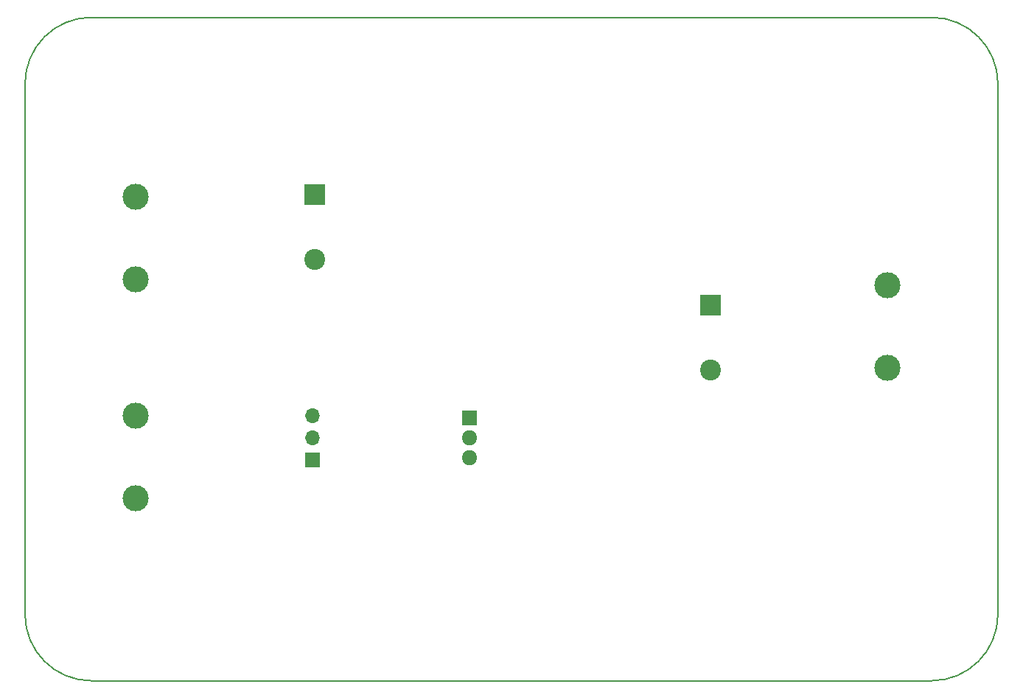
<source format=gbr>
%TF.GenerationSoftware,KiCad,Pcbnew,(6.0.4)*%
%TF.CreationDate,2022-04-30T16:21:15-04:00*%
%TF.ProjectId,dpp-architecture,6470702d-6172-4636-9869-746563747572,1.0*%
%TF.SameCoordinates,Original*%
%TF.FileFunction,Copper,L2,Bot*%
%TF.FilePolarity,Positive*%
%FSLAX46Y46*%
G04 Gerber Fmt 4.6, Leading zero omitted, Abs format (unit mm)*
G04 Created by KiCad (PCBNEW (6.0.4)) date 2022-04-30 16:21:15*
%MOMM*%
%LPD*%
G01*
G04 APERTURE LIST*
%TA.AperFunction,Profile*%
%ADD10C,0.150000*%
%TD*%
%TA.AperFunction,ComponentPad*%
%ADD11C,3.000000*%
%TD*%
%TA.AperFunction,ComponentPad*%
%ADD12R,1.700000X1.700000*%
%TD*%
%TA.AperFunction,ComponentPad*%
%ADD13O,1.700000X1.700000*%
%TD*%
%TA.AperFunction,ComponentPad*%
%ADD14R,2.400000X2.400000*%
%TD*%
%TA.AperFunction,ComponentPad*%
%ADD15C,2.400000*%
%TD*%
%TA.AperFunction,ComponentPad*%
%ADD16R,1.800000X1.717500*%
%TD*%
%TA.AperFunction,ComponentPad*%
%ADD17O,1.800000X1.717500*%
%TD*%
G04 APERTURE END LIST*
D10*
X205740000Y-58420000D02*
X109220000Y-58420000D01*
X205740000Y-134620000D02*
G75*
G03*
X213360000Y-127000000I0J7620000D01*
G01*
X109220000Y-58420000D02*
G75*
G03*
X101600000Y-66040000I0J-7620000D01*
G01*
X213360000Y-66040000D02*
G75*
G03*
X205740000Y-58420000I-7620000J0D01*
G01*
X101600000Y-127000000D02*
G75*
G03*
X109220000Y-134620000I7620000J0D01*
G01*
X101600000Y-66040000D02*
X101600000Y-127000000D01*
X109220000Y-134620000D02*
X205740000Y-134620000D01*
X213360000Y-66040000D02*
X213360000Y-127000000D01*
D11*
%TO.P,J1,1,1*%
%TO.N,Net-(C1-Pad1)*%
X114300000Y-88520000D03*
%TO.P,J1,2,2*%
X114300000Y-79020000D03*
%TD*%
%TO.P,J4,1,1*%
%TO.N,Net-(C4-Pad2)*%
X200660000Y-98680000D03*
%TO.P,J4,2,2*%
%TO.N,Net-(C4-Pad1)*%
X200660000Y-89180000D03*
%TD*%
%TO.P,J2,1,1*%
%TO.N,GND*%
X114300000Y-113640000D03*
%TO.P,J2,2,2*%
X114300000Y-104140000D03*
%TD*%
D12*
%TO.P,J3,1,Pin_1*%
%TO.N,GND*%
X134620000Y-109220000D03*
D13*
%TO.P,J3,2,Pin_2*%
%TO.N,Net-(J3-Pad2)*%
X134620000Y-106680000D03*
%TO.P,J3,3,Pin_3*%
%TO.N,Net-(C2-Pad1)*%
X134620000Y-104140000D03*
%TD*%
D14*
%TO.P,C1,1*%
%TO.N,Net-(C1-Pad1)*%
X134900000Y-78740000D03*
D15*
%TO.P,C1,2*%
%TO.N,GND*%
X134900000Y-86240000D03*
%TD*%
D16*
%TO.P,Q1,1,G*%
%TO.N,Net-(Q1-Pad1)*%
X152665000Y-104390000D03*
D17*
%TO.P,Q1,2,D*%
%TO.N,Net-(D1-Pad2)*%
X152665000Y-106680000D03*
%TO.P,Q1,3,S*%
%TO.N,GND*%
X152665000Y-108970000D03*
%TD*%
D14*
%TO.P,C4,1*%
%TO.N,Net-(C4-Pad1)*%
X180340000Y-91440000D03*
D15*
%TO.P,C4,2*%
%TO.N,Net-(C4-Pad2)*%
X180340000Y-98940000D03*
%TD*%
M02*

</source>
